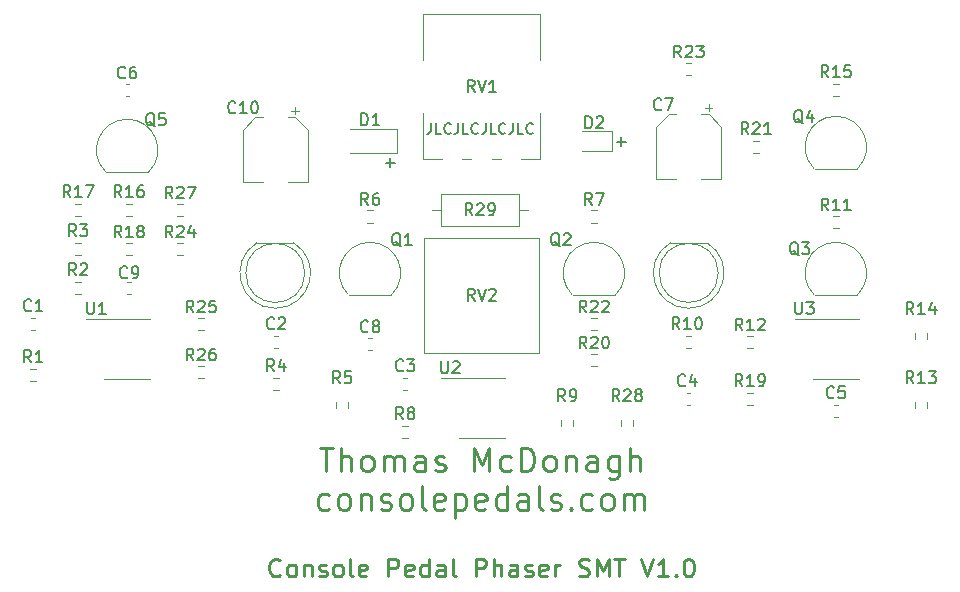
<source format=gbr>
G04 #@! TF.GenerationSoftware,KiCad,Pcbnew,(5.1.10)-1*
G04 #@! TF.CreationDate,2021-08-18T21:07:06-05:00*
G04 #@! TF.ProjectId,ConsolePedalPhaserSMT,436f6e73-6f6c-4655-9065-64616c506861,rev?*
G04 #@! TF.SameCoordinates,Original*
G04 #@! TF.FileFunction,Legend,Top*
G04 #@! TF.FilePolarity,Positive*
%FSLAX46Y46*%
G04 Gerber Fmt 4.6, Leading zero omitted, Abs format (unit mm)*
G04 Created by KiCad (PCBNEW (5.1.10)-1) date 2021-08-18 21:07:06*
%MOMM*%
%LPD*%
G01*
G04 APERTURE LIST*
%ADD10C,0.150000*%
%ADD11C,0.250000*%
%ADD12C,0.120000*%
G04 APERTURE END LIST*
D10*
X124587047Y-86939428D02*
X125348952Y-86939428D01*
X124968000Y-87320380D02*
X124968000Y-86558476D01*
X144145047Y-85161428D02*
X144906952Y-85161428D01*
X144526000Y-85542380D02*
X144526000Y-84780476D01*
X128430857Y-83581142D02*
X128430857Y-84224000D01*
X128388000Y-84352571D01*
X128302285Y-84438285D01*
X128173714Y-84481142D01*
X128088000Y-84481142D01*
X129288000Y-84481142D02*
X128859428Y-84481142D01*
X128859428Y-83581142D01*
X130102285Y-84395428D02*
X130059428Y-84438285D01*
X129930857Y-84481142D01*
X129845142Y-84481142D01*
X129716571Y-84438285D01*
X129630857Y-84352571D01*
X129588000Y-84266857D01*
X129545142Y-84095428D01*
X129545142Y-83966857D01*
X129588000Y-83795428D01*
X129630857Y-83709714D01*
X129716571Y-83624000D01*
X129845142Y-83581142D01*
X129930857Y-83581142D01*
X130059428Y-83624000D01*
X130102285Y-83666857D01*
X130745142Y-83581142D02*
X130745142Y-84224000D01*
X130702285Y-84352571D01*
X130616571Y-84438285D01*
X130488000Y-84481142D01*
X130402285Y-84481142D01*
X131602285Y-84481142D02*
X131173714Y-84481142D01*
X131173714Y-83581142D01*
X132416571Y-84395428D02*
X132373714Y-84438285D01*
X132245142Y-84481142D01*
X132159428Y-84481142D01*
X132030857Y-84438285D01*
X131945142Y-84352571D01*
X131902285Y-84266857D01*
X131859428Y-84095428D01*
X131859428Y-83966857D01*
X131902285Y-83795428D01*
X131945142Y-83709714D01*
X132030857Y-83624000D01*
X132159428Y-83581142D01*
X132245142Y-83581142D01*
X132373714Y-83624000D01*
X132416571Y-83666857D01*
X133059428Y-83581142D02*
X133059428Y-84224000D01*
X133016571Y-84352571D01*
X132930857Y-84438285D01*
X132802285Y-84481142D01*
X132716571Y-84481142D01*
X133916571Y-84481142D02*
X133488000Y-84481142D01*
X133488000Y-83581142D01*
X134730857Y-84395428D02*
X134688000Y-84438285D01*
X134559428Y-84481142D01*
X134473714Y-84481142D01*
X134345142Y-84438285D01*
X134259428Y-84352571D01*
X134216571Y-84266857D01*
X134173714Y-84095428D01*
X134173714Y-83966857D01*
X134216571Y-83795428D01*
X134259428Y-83709714D01*
X134345142Y-83624000D01*
X134473714Y-83581142D01*
X134559428Y-83581142D01*
X134688000Y-83624000D01*
X134730857Y-83666857D01*
X135373714Y-83581142D02*
X135373714Y-84224000D01*
X135330857Y-84352571D01*
X135245142Y-84438285D01*
X135116571Y-84481142D01*
X135030857Y-84481142D01*
X136230857Y-84481142D02*
X135802285Y-84481142D01*
X135802285Y-83581142D01*
X137045142Y-84395428D02*
X137002285Y-84438285D01*
X136873714Y-84481142D01*
X136788000Y-84481142D01*
X136659428Y-84438285D01*
X136573714Y-84352571D01*
X136530857Y-84266857D01*
X136488000Y-84095428D01*
X136488000Y-83966857D01*
X136530857Y-83795428D01*
X136573714Y-83709714D01*
X136659428Y-83624000D01*
X136788000Y-83581142D01*
X136873714Y-83581142D01*
X137002285Y-83624000D01*
X137045142Y-83666857D01*
D11*
X115679285Y-121820714D02*
X115607857Y-121892142D01*
X115393571Y-121963571D01*
X115250714Y-121963571D01*
X115036428Y-121892142D01*
X114893571Y-121749285D01*
X114822142Y-121606428D01*
X114750714Y-121320714D01*
X114750714Y-121106428D01*
X114822142Y-120820714D01*
X114893571Y-120677857D01*
X115036428Y-120535000D01*
X115250714Y-120463571D01*
X115393571Y-120463571D01*
X115607857Y-120535000D01*
X115679285Y-120606428D01*
X116536428Y-121963571D02*
X116393571Y-121892142D01*
X116322142Y-121820714D01*
X116250714Y-121677857D01*
X116250714Y-121249285D01*
X116322142Y-121106428D01*
X116393571Y-121035000D01*
X116536428Y-120963571D01*
X116750714Y-120963571D01*
X116893571Y-121035000D01*
X116965000Y-121106428D01*
X117036428Y-121249285D01*
X117036428Y-121677857D01*
X116965000Y-121820714D01*
X116893571Y-121892142D01*
X116750714Y-121963571D01*
X116536428Y-121963571D01*
X117679285Y-120963571D02*
X117679285Y-121963571D01*
X117679285Y-121106428D02*
X117750714Y-121035000D01*
X117893571Y-120963571D01*
X118107857Y-120963571D01*
X118250714Y-121035000D01*
X118322142Y-121177857D01*
X118322142Y-121963571D01*
X118965000Y-121892142D02*
X119107857Y-121963571D01*
X119393571Y-121963571D01*
X119536428Y-121892142D01*
X119607857Y-121749285D01*
X119607857Y-121677857D01*
X119536428Y-121535000D01*
X119393571Y-121463571D01*
X119179285Y-121463571D01*
X119036428Y-121392142D01*
X118965000Y-121249285D01*
X118965000Y-121177857D01*
X119036428Y-121035000D01*
X119179285Y-120963571D01*
X119393571Y-120963571D01*
X119536428Y-121035000D01*
X120465000Y-121963571D02*
X120322142Y-121892142D01*
X120250714Y-121820714D01*
X120179285Y-121677857D01*
X120179285Y-121249285D01*
X120250714Y-121106428D01*
X120322142Y-121035000D01*
X120465000Y-120963571D01*
X120679285Y-120963571D01*
X120822142Y-121035000D01*
X120893571Y-121106428D01*
X120965000Y-121249285D01*
X120965000Y-121677857D01*
X120893571Y-121820714D01*
X120822142Y-121892142D01*
X120679285Y-121963571D01*
X120465000Y-121963571D01*
X121822142Y-121963571D02*
X121679285Y-121892142D01*
X121607857Y-121749285D01*
X121607857Y-120463571D01*
X122965000Y-121892142D02*
X122822142Y-121963571D01*
X122536428Y-121963571D01*
X122393571Y-121892142D01*
X122322142Y-121749285D01*
X122322142Y-121177857D01*
X122393571Y-121035000D01*
X122536428Y-120963571D01*
X122822142Y-120963571D01*
X122965000Y-121035000D01*
X123036428Y-121177857D01*
X123036428Y-121320714D01*
X122322142Y-121463571D01*
X124822142Y-121963571D02*
X124822142Y-120463571D01*
X125393571Y-120463571D01*
X125536428Y-120535000D01*
X125607857Y-120606428D01*
X125679285Y-120749285D01*
X125679285Y-120963571D01*
X125607857Y-121106428D01*
X125536428Y-121177857D01*
X125393571Y-121249285D01*
X124822142Y-121249285D01*
X126893571Y-121892142D02*
X126750714Y-121963571D01*
X126465000Y-121963571D01*
X126322142Y-121892142D01*
X126250714Y-121749285D01*
X126250714Y-121177857D01*
X126322142Y-121035000D01*
X126465000Y-120963571D01*
X126750714Y-120963571D01*
X126893571Y-121035000D01*
X126965000Y-121177857D01*
X126965000Y-121320714D01*
X126250714Y-121463571D01*
X128250714Y-121963571D02*
X128250714Y-120463571D01*
X128250714Y-121892142D02*
X128107857Y-121963571D01*
X127822142Y-121963571D01*
X127679285Y-121892142D01*
X127607857Y-121820714D01*
X127536428Y-121677857D01*
X127536428Y-121249285D01*
X127607857Y-121106428D01*
X127679285Y-121035000D01*
X127822142Y-120963571D01*
X128107857Y-120963571D01*
X128250714Y-121035000D01*
X129607857Y-121963571D02*
X129607857Y-121177857D01*
X129536428Y-121035000D01*
X129393571Y-120963571D01*
X129107857Y-120963571D01*
X128965000Y-121035000D01*
X129607857Y-121892142D02*
X129465000Y-121963571D01*
X129107857Y-121963571D01*
X128965000Y-121892142D01*
X128893571Y-121749285D01*
X128893571Y-121606428D01*
X128965000Y-121463571D01*
X129107857Y-121392142D01*
X129465000Y-121392142D01*
X129607857Y-121320714D01*
X130536428Y-121963571D02*
X130393571Y-121892142D01*
X130322142Y-121749285D01*
X130322142Y-120463571D01*
X132250714Y-121963571D02*
X132250714Y-120463571D01*
X132822142Y-120463571D01*
X132965000Y-120535000D01*
X133036428Y-120606428D01*
X133107857Y-120749285D01*
X133107857Y-120963571D01*
X133036428Y-121106428D01*
X132965000Y-121177857D01*
X132822142Y-121249285D01*
X132250714Y-121249285D01*
X133750714Y-121963571D02*
X133750714Y-120463571D01*
X134393571Y-121963571D02*
X134393571Y-121177857D01*
X134322142Y-121035000D01*
X134179285Y-120963571D01*
X133965000Y-120963571D01*
X133822142Y-121035000D01*
X133750714Y-121106428D01*
X135750714Y-121963571D02*
X135750714Y-121177857D01*
X135679285Y-121035000D01*
X135536428Y-120963571D01*
X135250714Y-120963571D01*
X135107857Y-121035000D01*
X135750714Y-121892142D02*
X135607857Y-121963571D01*
X135250714Y-121963571D01*
X135107857Y-121892142D01*
X135036428Y-121749285D01*
X135036428Y-121606428D01*
X135107857Y-121463571D01*
X135250714Y-121392142D01*
X135607857Y-121392142D01*
X135750714Y-121320714D01*
X136393571Y-121892142D02*
X136536428Y-121963571D01*
X136822142Y-121963571D01*
X136965000Y-121892142D01*
X137036428Y-121749285D01*
X137036428Y-121677857D01*
X136965000Y-121535000D01*
X136822142Y-121463571D01*
X136607857Y-121463571D01*
X136465000Y-121392142D01*
X136393571Y-121249285D01*
X136393571Y-121177857D01*
X136465000Y-121035000D01*
X136607857Y-120963571D01*
X136822142Y-120963571D01*
X136965000Y-121035000D01*
X138250714Y-121892142D02*
X138107857Y-121963571D01*
X137822142Y-121963571D01*
X137679285Y-121892142D01*
X137607857Y-121749285D01*
X137607857Y-121177857D01*
X137679285Y-121035000D01*
X137822142Y-120963571D01*
X138107857Y-120963571D01*
X138250714Y-121035000D01*
X138322142Y-121177857D01*
X138322142Y-121320714D01*
X137607857Y-121463571D01*
X138965000Y-121963571D02*
X138965000Y-120963571D01*
X138965000Y-121249285D02*
X139036428Y-121106428D01*
X139107857Y-121035000D01*
X139250714Y-120963571D01*
X139393571Y-120963571D01*
X140965000Y-121892142D02*
X141179285Y-121963571D01*
X141536428Y-121963571D01*
X141679285Y-121892142D01*
X141750714Y-121820714D01*
X141822142Y-121677857D01*
X141822142Y-121535000D01*
X141750714Y-121392142D01*
X141679285Y-121320714D01*
X141536428Y-121249285D01*
X141250714Y-121177857D01*
X141107857Y-121106428D01*
X141036428Y-121035000D01*
X140965000Y-120892142D01*
X140965000Y-120749285D01*
X141036428Y-120606428D01*
X141107857Y-120535000D01*
X141250714Y-120463571D01*
X141607857Y-120463571D01*
X141822142Y-120535000D01*
X142465000Y-121963571D02*
X142465000Y-120463571D01*
X142965000Y-121535000D01*
X143465000Y-120463571D01*
X143465000Y-121963571D01*
X143965000Y-120463571D02*
X144822142Y-120463571D01*
X144393571Y-121963571D02*
X144393571Y-120463571D01*
X146250714Y-120463571D02*
X146750714Y-121963571D01*
X147250714Y-120463571D01*
X148536428Y-121963571D02*
X147679285Y-121963571D01*
X148107857Y-121963571D02*
X148107857Y-120463571D01*
X147965000Y-120677857D01*
X147822142Y-120820714D01*
X147679285Y-120892142D01*
X149179285Y-121820714D02*
X149250714Y-121892142D01*
X149179285Y-121963571D01*
X149107857Y-121892142D01*
X149179285Y-121820714D01*
X149179285Y-121963571D01*
X150179285Y-120463571D02*
X150322142Y-120463571D01*
X150465000Y-120535000D01*
X150536428Y-120606428D01*
X150607857Y-120749285D01*
X150679285Y-121035000D01*
X150679285Y-121392142D01*
X150607857Y-121677857D01*
X150536428Y-121820714D01*
X150465000Y-121892142D01*
X150322142Y-121963571D01*
X150179285Y-121963571D01*
X150036428Y-121892142D01*
X149965000Y-121820714D01*
X149893571Y-121677857D01*
X149822142Y-121392142D01*
X149822142Y-121035000D01*
X149893571Y-120749285D01*
X149965000Y-120606428D01*
X150036428Y-120535000D01*
X150179285Y-120463571D01*
X119000714Y-111071761D02*
X120143571Y-111071761D01*
X119572142Y-113071761D02*
X119572142Y-111071761D01*
X120810238Y-113071761D02*
X120810238Y-111071761D01*
X121667380Y-113071761D02*
X121667380Y-112024142D01*
X121572142Y-111833666D01*
X121381666Y-111738428D01*
X121095952Y-111738428D01*
X120905476Y-111833666D01*
X120810238Y-111928904D01*
X122905476Y-113071761D02*
X122715000Y-112976523D01*
X122619761Y-112881285D01*
X122524523Y-112690809D01*
X122524523Y-112119380D01*
X122619761Y-111928904D01*
X122715000Y-111833666D01*
X122905476Y-111738428D01*
X123191190Y-111738428D01*
X123381666Y-111833666D01*
X123476904Y-111928904D01*
X123572142Y-112119380D01*
X123572142Y-112690809D01*
X123476904Y-112881285D01*
X123381666Y-112976523D01*
X123191190Y-113071761D01*
X122905476Y-113071761D01*
X124429285Y-113071761D02*
X124429285Y-111738428D01*
X124429285Y-111928904D02*
X124524523Y-111833666D01*
X124715000Y-111738428D01*
X125000714Y-111738428D01*
X125191190Y-111833666D01*
X125286428Y-112024142D01*
X125286428Y-113071761D01*
X125286428Y-112024142D02*
X125381666Y-111833666D01*
X125572142Y-111738428D01*
X125857857Y-111738428D01*
X126048333Y-111833666D01*
X126143571Y-112024142D01*
X126143571Y-113071761D01*
X127953095Y-113071761D02*
X127953095Y-112024142D01*
X127857857Y-111833666D01*
X127667380Y-111738428D01*
X127286428Y-111738428D01*
X127095952Y-111833666D01*
X127953095Y-112976523D02*
X127762619Y-113071761D01*
X127286428Y-113071761D01*
X127095952Y-112976523D01*
X127000714Y-112786047D01*
X127000714Y-112595571D01*
X127095952Y-112405095D01*
X127286428Y-112309857D01*
X127762619Y-112309857D01*
X127953095Y-112214619D01*
X128810238Y-112976523D02*
X129000714Y-113071761D01*
X129381666Y-113071761D01*
X129572142Y-112976523D01*
X129667380Y-112786047D01*
X129667380Y-112690809D01*
X129572142Y-112500333D01*
X129381666Y-112405095D01*
X129095952Y-112405095D01*
X128905476Y-112309857D01*
X128810238Y-112119380D01*
X128810238Y-112024142D01*
X128905476Y-111833666D01*
X129095952Y-111738428D01*
X129381666Y-111738428D01*
X129572142Y-111833666D01*
X132048333Y-113071761D02*
X132048333Y-111071761D01*
X132715000Y-112500333D01*
X133381666Y-111071761D01*
X133381666Y-113071761D01*
X135191190Y-112976523D02*
X135000714Y-113071761D01*
X134619761Y-113071761D01*
X134429285Y-112976523D01*
X134334047Y-112881285D01*
X134238809Y-112690809D01*
X134238809Y-112119380D01*
X134334047Y-111928904D01*
X134429285Y-111833666D01*
X134619761Y-111738428D01*
X135000714Y-111738428D01*
X135191190Y-111833666D01*
X136048333Y-113071761D02*
X136048333Y-111071761D01*
X136524523Y-111071761D01*
X136810238Y-111167000D01*
X137000714Y-111357476D01*
X137095952Y-111547952D01*
X137191190Y-111928904D01*
X137191190Y-112214619D01*
X137095952Y-112595571D01*
X137000714Y-112786047D01*
X136810238Y-112976523D01*
X136524523Y-113071761D01*
X136048333Y-113071761D01*
X138334047Y-113071761D02*
X138143571Y-112976523D01*
X138048333Y-112881285D01*
X137953095Y-112690809D01*
X137953095Y-112119380D01*
X138048333Y-111928904D01*
X138143571Y-111833666D01*
X138334047Y-111738428D01*
X138619761Y-111738428D01*
X138810238Y-111833666D01*
X138905476Y-111928904D01*
X139000714Y-112119380D01*
X139000714Y-112690809D01*
X138905476Y-112881285D01*
X138810238Y-112976523D01*
X138619761Y-113071761D01*
X138334047Y-113071761D01*
X139857857Y-111738428D02*
X139857857Y-113071761D01*
X139857857Y-111928904D02*
X139953095Y-111833666D01*
X140143571Y-111738428D01*
X140429285Y-111738428D01*
X140619761Y-111833666D01*
X140715000Y-112024142D01*
X140715000Y-113071761D01*
X142524523Y-113071761D02*
X142524523Y-112024142D01*
X142429285Y-111833666D01*
X142238809Y-111738428D01*
X141857857Y-111738428D01*
X141667380Y-111833666D01*
X142524523Y-112976523D02*
X142334047Y-113071761D01*
X141857857Y-113071761D01*
X141667380Y-112976523D01*
X141572142Y-112786047D01*
X141572142Y-112595571D01*
X141667380Y-112405095D01*
X141857857Y-112309857D01*
X142334047Y-112309857D01*
X142524523Y-112214619D01*
X144334047Y-111738428D02*
X144334047Y-113357476D01*
X144238809Y-113547952D01*
X144143571Y-113643190D01*
X143953095Y-113738428D01*
X143667380Y-113738428D01*
X143476904Y-113643190D01*
X144334047Y-112976523D02*
X144143571Y-113071761D01*
X143762619Y-113071761D01*
X143572142Y-112976523D01*
X143476904Y-112881285D01*
X143381666Y-112690809D01*
X143381666Y-112119380D01*
X143476904Y-111928904D01*
X143572142Y-111833666D01*
X143762619Y-111738428D01*
X144143571Y-111738428D01*
X144334047Y-111833666D01*
X145286428Y-113071761D02*
X145286428Y-111071761D01*
X146143571Y-113071761D02*
X146143571Y-112024142D01*
X146048333Y-111833666D01*
X145857857Y-111738428D01*
X145572142Y-111738428D01*
X145381666Y-111833666D01*
X145286428Y-111928904D01*
X119810238Y-116226523D02*
X119619761Y-116321761D01*
X119238809Y-116321761D01*
X119048333Y-116226523D01*
X118953095Y-116131285D01*
X118857857Y-115940809D01*
X118857857Y-115369380D01*
X118953095Y-115178904D01*
X119048333Y-115083666D01*
X119238809Y-114988428D01*
X119619761Y-114988428D01*
X119810238Y-115083666D01*
X120953095Y-116321761D02*
X120762619Y-116226523D01*
X120667380Y-116131285D01*
X120572142Y-115940809D01*
X120572142Y-115369380D01*
X120667380Y-115178904D01*
X120762619Y-115083666D01*
X120953095Y-114988428D01*
X121238809Y-114988428D01*
X121429285Y-115083666D01*
X121524523Y-115178904D01*
X121619761Y-115369380D01*
X121619761Y-115940809D01*
X121524523Y-116131285D01*
X121429285Y-116226523D01*
X121238809Y-116321761D01*
X120953095Y-116321761D01*
X122476904Y-114988428D02*
X122476904Y-116321761D01*
X122476904Y-115178904D02*
X122572142Y-115083666D01*
X122762619Y-114988428D01*
X123048333Y-114988428D01*
X123238809Y-115083666D01*
X123334047Y-115274142D01*
X123334047Y-116321761D01*
X124191190Y-116226523D02*
X124381666Y-116321761D01*
X124762619Y-116321761D01*
X124953095Y-116226523D01*
X125048333Y-116036047D01*
X125048333Y-115940809D01*
X124953095Y-115750333D01*
X124762619Y-115655095D01*
X124476904Y-115655095D01*
X124286428Y-115559857D01*
X124191190Y-115369380D01*
X124191190Y-115274142D01*
X124286428Y-115083666D01*
X124476904Y-114988428D01*
X124762619Y-114988428D01*
X124953095Y-115083666D01*
X126191190Y-116321761D02*
X126000714Y-116226523D01*
X125905476Y-116131285D01*
X125810238Y-115940809D01*
X125810238Y-115369380D01*
X125905476Y-115178904D01*
X126000714Y-115083666D01*
X126191190Y-114988428D01*
X126476904Y-114988428D01*
X126667380Y-115083666D01*
X126762619Y-115178904D01*
X126857857Y-115369380D01*
X126857857Y-115940809D01*
X126762619Y-116131285D01*
X126667380Y-116226523D01*
X126476904Y-116321761D01*
X126191190Y-116321761D01*
X128000714Y-116321761D02*
X127810238Y-116226523D01*
X127715000Y-116036047D01*
X127715000Y-114321761D01*
X129524523Y-116226523D02*
X129334047Y-116321761D01*
X128953095Y-116321761D01*
X128762619Y-116226523D01*
X128667380Y-116036047D01*
X128667380Y-115274142D01*
X128762619Y-115083666D01*
X128953095Y-114988428D01*
X129334047Y-114988428D01*
X129524523Y-115083666D01*
X129619761Y-115274142D01*
X129619761Y-115464619D01*
X128667380Y-115655095D01*
X130476904Y-114988428D02*
X130476904Y-116988428D01*
X130476904Y-115083666D02*
X130667380Y-114988428D01*
X131048333Y-114988428D01*
X131238809Y-115083666D01*
X131334047Y-115178904D01*
X131429285Y-115369380D01*
X131429285Y-115940809D01*
X131334047Y-116131285D01*
X131238809Y-116226523D01*
X131048333Y-116321761D01*
X130667380Y-116321761D01*
X130476904Y-116226523D01*
X133048333Y-116226523D02*
X132857857Y-116321761D01*
X132476904Y-116321761D01*
X132286428Y-116226523D01*
X132191190Y-116036047D01*
X132191190Y-115274142D01*
X132286428Y-115083666D01*
X132476904Y-114988428D01*
X132857857Y-114988428D01*
X133048333Y-115083666D01*
X133143571Y-115274142D01*
X133143571Y-115464619D01*
X132191190Y-115655095D01*
X134857857Y-116321761D02*
X134857857Y-114321761D01*
X134857857Y-116226523D02*
X134667380Y-116321761D01*
X134286428Y-116321761D01*
X134095952Y-116226523D01*
X134000714Y-116131285D01*
X133905476Y-115940809D01*
X133905476Y-115369380D01*
X134000714Y-115178904D01*
X134095952Y-115083666D01*
X134286428Y-114988428D01*
X134667380Y-114988428D01*
X134857857Y-115083666D01*
X136667380Y-116321761D02*
X136667380Y-115274142D01*
X136572142Y-115083666D01*
X136381666Y-114988428D01*
X136000714Y-114988428D01*
X135810238Y-115083666D01*
X136667380Y-116226523D02*
X136476904Y-116321761D01*
X136000714Y-116321761D01*
X135810238Y-116226523D01*
X135715000Y-116036047D01*
X135715000Y-115845571D01*
X135810238Y-115655095D01*
X136000714Y-115559857D01*
X136476904Y-115559857D01*
X136667380Y-115464619D01*
X137905476Y-116321761D02*
X137715000Y-116226523D01*
X137619761Y-116036047D01*
X137619761Y-114321761D01*
X138572142Y-116226523D02*
X138762619Y-116321761D01*
X139143571Y-116321761D01*
X139334047Y-116226523D01*
X139429285Y-116036047D01*
X139429285Y-115940809D01*
X139334047Y-115750333D01*
X139143571Y-115655095D01*
X138857857Y-115655095D01*
X138667380Y-115559857D01*
X138572142Y-115369380D01*
X138572142Y-115274142D01*
X138667380Y-115083666D01*
X138857857Y-114988428D01*
X139143571Y-114988428D01*
X139334047Y-115083666D01*
X140286428Y-116131285D02*
X140381666Y-116226523D01*
X140286428Y-116321761D01*
X140191190Y-116226523D01*
X140286428Y-116131285D01*
X140286428Y-116321761D01*
X142095952Y-116226523D02*
X141905476Y-116321761D01*
X141524523Y-116321761D01*
X141334047Y-116226523D01*
X141238809Y-116131285D01*
X141143571Y-115940809D01*
X141143571Y-115369380D01*
X141238809Y-115178904D01*
X141334047Y-115083666D01*
X141524523Y-114988428D01*
X141905476Y-114988428D01*
X142095952Y-115083666D01*
X143238809Y-116321761D02*
X143048333Y-116226523D01*
X142953095Y-116131285D01*
X142857857Y-115940809D01*
X142857857Y-115369380D01*
X142953095Y-115178904D01*
X143048333Y-115083666D01*
X143238809Y-114988428D01*
X143524523Y-114988428D01*
X143715000Y-115083666D01*
X143810238Y-115178904D01*
X143905476Y-115369380D01*
X143905476Y-115940809D01*
X143810238Y-116131285D01*
X143715000Y-116226523D01*
X143524523Y-116321761D01*
X143238809Y-116321761D01*
X144762619Y-116321761D02*
X144762619Y-114988428D01*
X144762619Y-115178904D02*
X144857857Y-115083666D01*
X145048333Y-114988428D01*
X145334047Y-114988428D01*
X145524523Y-115083666D01*
X145619761Y-115274142D01*
X145619761Y-116321761D01*
X145619761Y-115274142D02*
X145715000Y-115083666D01*
X145905476Y-114988428D01*
X146191190Y-114988428D01*
X146381666Y-115083666D01*
X146476904Y-115274142D01*
X146476904Y-116321761D01*
D12*
G04 #@! TO.C,D3*
X116795000Y-93710000D02*
X113705000Y-93710000D01*
X117750000Y-96270000D02*
G75*
G03*
X117750000Y-96270000I-2500000J0D01*
G01*
X115249538Y-99260000D02*
G75*
G03*
X116794830Y-93710000I462J2990000D01*
G01*
X115250462Y-99260000D02*
G75*
G02*
X113705170Y-93710000I-462J2990000D01*
G01*
G04 #@! TO.C,D4*
X152750000Y-96270000D02*
G75*
G03*
X152750000Y-96270000I-2500000J0D01*
G01*
X151795000Y-93710000D02*
X148705000Y-93710000D01*
X150250462Y-99260000D02*
G75*
G02*
X148705170Y-93710000I-462J2990000D01*
G01*
X150249538Y-99260000D02*
G75*
G03*
X151794830Y-93710000I462J2990000D01*
G01*
G04 #@! TO.C,R29*
X128548000Y-90932000D02*
X129318000Y-90932000D01*
X136628000Y-90932000D02*
X135858000Y-90932000D01*
X129318000Y-92302000D02*
X135858000Y-92302000D01*
X129318000Y-89562000D02*
X129318000Y-92302000D01*
X135858000Y-89562000D02*
X129318000Y-89562000D01*
X135858000Y-92302000D02*
X135858000Y-89562000D01*
G04 #@! TO.C,Q1*
X121470000Y-98120000D02*
X125070000Y-98120000D01*
X125108478Y-98108478D02*
G75*
G03*
X123270000Y-93670000I-1838478J1838478D01*
G01*
X121431522Y-98108478D02*
G75*
G02*
X123270000Y-93670000I1838478J1838478D01*
G01*
G04 #@! TO.C,Q2*
X140430000Y-98120000D02*
X144030000Y-98120000D01*
X140391522Y-98108478D02*
G75*
G02*
X142230000Y-93670000I1838478J1838478D01*
G01*
X144068478Y-98108478D02*
G75*
G03*
X142230000Y-93670000I-1838478J1838478D01*
G01*
G04 #@! TO.C,Q3*
X160915000Y-98120000D02*
X164515000Y-98120000D01*
X160876522Y-98108478D02*
G75*
G02*
X162715000Y-93670000I1838478J1838478D01*
G01*
X164553478Y-98108478D02*
G75*
G03*
X162715000Y-93670000I-1838478J1838478D01*
G01*
G04 #@! TO.C,Q4*
X160915000Y-87448000D02*
X164515000Y-87448000D01*
X160876522Y-87436478D02*
G75*
G02*
X162715000Y-82998000I1838478J1838478D01*
G01*
X164553478Y-87436478D02*
G75*
G03*
X162715000Y-82998000I-1838478J1838478D01*
G01*
G04 #@! TO.C,Q5*
X100915000Y-87702000D02*
X104515000Y-87702000D01*
X104553478Y-87690478D02*
G75*
G03*
X102715000Y-83252000I-1838478J1838478D01*
G01*
X100876522Y-87690478D02*
G75*
G02*
X102715000Y-83252000I1838478J1838478D01*
G01*
G04 #@! TO.C,RV1*
X127745000Y-74380000D02*
X137685000Y-74380000D01*
X136085000Y-86620000D02*
X137685000Y-86620000D01*
X133586000Y-86620000D02*
X134345000Y-86620000D01*
X131086000Y-86620000D02*
X131845000Y-86620000D01*
X127745000Y-86620000D02*
X129344000Y-86620000D01*
X137685000Y-78245000D02*
X137685000Y-74380000D01*
X137685000Y-86620000D02*
X137685000Y-82755000D01*
X127745000Y-78245000D02*
X127745000Y-74380000D01*
X127745000Y-86620000D02*
X127745000Y-82755000D01*
G04 #@! TO.C,RV2*
X137600000Y-93274000D02*
X137600000Y-103044000D01*
X127830000Y-93274000D02*
X127830000Y-103044000D01*
X137600000Y-93274000D02*
X127830000Y-93274000D01*
X137600000Y-103044000D02*
X127830000Y-103044000D01*
G04 #@! TO.C,C1*
X94882580Y-101094000D02*
X94601420Y-101094000D01*
X94882580Y-100074000D02*
X94601420Y-100074000D01*
G04 #@! TO.C,C2*
X115456580Y-102618000D02*
X115175420Y-102618000D01*
X115456580Y-101598000D02*
X115175420Y-101598000D01*
G04 #@! TO.C,C3*
X126097420Y-105154000D02*
X126378580Y-105154000D01*
X126097420Y-106174000D02*
X126378580Y-106174000D01*
G04 #@! TO.C,C4*
X150390580Y-106424000D02*
X150109420Y-106424000D01*
X150390580Y-107444000D02*
X150109420Y-107444000D01*
G04 #@! TO.C,C5*
X162855580Y-107440000D02*
X162574420Y-107440000D01*
X162855580Y-108460000D02*
X162574420Y-108460000D01*
G04 #@! TO.C,C6*
X102574420Y-81282000D02*
X102855580Y-81282000D01*
X102574420Y-80262000D02*
X102855580Y-80262000D01*
G04 #@! TO.C,C7*
X147490000Y-88358000D02*
X149190000Y-88358000D01*
X153010000Y-88358000D02*
X151310000Y-88358000D01*
X153010000Y-83902437D02*
X153010000Y-88358000D01*
X147490000Y-83902437D02*
X147490000Y-88358000D01*
X148554437Y-82838000D02*
X149190000Y-82838000D01*
X151945563Y-82838000D02*
X151310000Y-82838000D01*
X151945563Y-82838000D02*
X153010000Y-83902437D01*
X148554437Y-82838000D02*
X147490000Y-83902437D01*
X151935000Y-81973000D02*
X151935000Y-82598000D01*
X152247500Y-82285500D02*
X151622500Y-82285500D01*
G04 #@! TO.C,C8*
X123129420Y-101760000D02*
X123410580Y-101760000D01*
X123129420Y-102780000D02*
X123410580Y-102780000D01*
G04 #@! TO.C,C9*
X103010580Y-97026000D02*
X102729420Y-97026000D01*
X103010580Y-98046000D02*
X102729420Y-98046000D01*
G04 #@! TO.C,C10*
X117247500Y-82539500D02*
X116622500Y-82539500D01*
X116935000Y-82227000D02*
X116935000Y-82852000D01*
X113554437Y-83092000D02*
X112490000Y-84156437D01*
X116945563Y-83092000D02*
X118010000Y-84156437D01*
X116945563Y-83092000D02*
X116310000Y-83092000D01*
X113554437Y-83092000D02*
X114190000Y-83092000D01*
X112490000Y-84156437D02*
X112490000Y-88612000D01*
X118010000Y-84156437D02*
X118010000Y-88612000D01*
X118010000Y-88612000D02*
X116310000Y-88612000D01*
X112490000Y-88612000D02*
X114190000Y-88612000D01*
G04 #@! TO.C,D1*
X125520000Y-86090000D02*
X125520000Y-84090000D01*
X125520000Y-84090000D02*
X121620000Y-84090000D01*
X125520000Y-86090000D02*
X121620000Y-86090000D01*
G04 #@! TO.C,D2*
X143740000Y-85940000D02*
X143740000Y-84240000D01*
X143740000Y-84240000D02*
X141190000Y-84240000D01*
X143740000Y-85940000D02*
X141190000Y-85940000D01*
G04 #@! TO.C,R1*
X94504742Y-105424500D02*
X94979258Y-105424500D01*
X94504742Y-104379500D02*
X94979258Y-104379500D01*
G04 #@! TO.C,R2*
X98314742Y-97013500D02*
X98789258Y-97013500D01*
X98314742Y-98058500D02*
X98789258Y-98058500D01*
G04 #@! TO.C,R3*
X98789258Y-93711500D02*
X98314742Y-93711500D01*
X98789258Y-94756500D02*
X98314742Y-94756500D01*
G04 #@! TO.C,R4*
X115553258Y-106186500D02*
X115078742Y-106186500D01*
X115553258Y-105141500D02*
X115078742Y-105141500D01*
G04 #@! TO.C,R5*
X120381500Y-107204742D02*
X120381500Y-107679258D01*
X121426500Y-107204742D02*
X121426500Y-107679258D01*
G04 #@! TO.C,R6*
X123032742Y-90977500D02*
X123507258Y-90977500D01*
X123032742Y-92022500D02*
X123507258Y-92022500D01*
G04 #@! TO.C,R7*
X141992742Y-90977500D02*
X142467258Y-90977500D01*
X141992742Y-92022500D02*
X142467258Y-92022500D01*
G04 #@! TO.C,R8*
X126000742Y-110250500D02*
X126475258Y-110250500D01*
X126000742Y-109205500D02*
X126475258Y-109205500D01*
G04 #@! TO.C,R9*
X139431500Y-109203258D02*
X139431500Y-108728742D01*
X140476500Y-109203258D02*
X140476500Y-108728742D01*
G04 #@! TO.C,R10*
X150012742Y-102630500D02*
X150487258Y-102630500D01*
X150012742Y-101585500D02*
X150487258Y-101585500D01*
G04 #@! TO.C,R11*
X162477742Y-92470500D02*
X162952258Y-92470500D01*
X162477742Y-91425500D02*
X162952258Y-91425500D01*
G04 #@! TO.C,R12*
X155210742Y-101585500D02*
X155685258Y-101585500D01*
X155210742Y-102630500D02*
X155685258Y-102630500D01*
G04 #@! TO.C,R13*
X170448500Y-107679258D02*
X170448500Y-107204742D01*
X169403500Y-107679258D02*
X169403500Y-107204742D01*
G04 #@! TO.C,R14*
X169403500Y-101837258D02*
X169403500Y-101362742D01*
X170448500Y-101837258D02*
X170448500Y-101362742D01*
G04 #@! TO.C,R15*
X162477742Y-80249500D02*
X162952258Y-80249500D01*
X162477742Y-81294500D02*
X162952258Y-81294500D01*
G04 #@! TO.C,R16*
X103107258Y-91454500D02*
X102632742Y-91454500D01*
X103107258Y-90409500D02*
X102632742Y-90409500D01*
G04 #@! TO.C,R17*
X98314742Y-91454500D02*
X98789258Y-91454500D01*
X98314742Y-90409500D02*
X98789258Y-90409500D01*
G04 #@! TO.C,R18*
X102632742Y-94756500D02*
X103107258Y-94756500D01*
X102632742Y-93711500D02*
X103107258Y-93711500D01*
G04 #@! TO.C,R19*
X155210742Y-106411500D02*
X155685258Y-106411500D01*
X155210742Y-107456500D02*
X155685258Y-107456500D01*
G04 #@! TO.C,R20*
X142002742Y-104154500D02*
X142477258Y-104154500D01*
X142002742Y-103109500D02*
X142477258Y-103109500D01*
G04 #@! TO.C,R21*
X156193258Y-86120500D02*
X155718742Y-86120500D01*
X156193258Y-85075500D02*
X155718742Y-85075500D01*
G04 #@! TO.C,R22*
X141992742Y-101106500D02*
X142467258Y-101106500D01*
X141992742Y-100061500D02*
X142467258Y-100061500D01*
G04 #@! TO.C,R23*
X150012742Y-78471500D02*
X150487258Y-78471500D01*
X150012742Y-79516500D02*
X150487258Y-79516500D01*
G04 #@! TO.C,R24*
X106950742Y-94756500D02*
X107425258Y-94756500D01*
X106950742Y-93711500D02*
X107425258Y-93711500D01*
G04 #@! TO.C,R25*
X108728742Y-101106500D02*
X109203258Y-101106500D01*
X108728742Y-100061500D02*
X109203258Y-100061500D01*
G04 #@! TO.C,R26*
X108728742Y-104125500D02*
X109203258Y-104125500D01*
X108728742Y-105170500D02*
X109203258Y-105170500D01*
G04 #@! TO.C,R27*
X106950742Y-90409500D02*
X107425258Y-90409500D01*
X106950742Y-91454500D02*
X107425258Y-91454500D01*
G04 #@! TO.C,R28*
X144511500Y-108728742D02*
X144511500Y-109203258D01*
X145556500Y-108728742D02*
X145556500Y-109203258D01*
G04 #@! TO.C,U1*
X102715000Y-105256000D02*
X104665000Y-105256000D01*
X102715000Y-105256000D02*
X100765000Y-105256000D01*
X102715000Y-100136000D02*
X104665000Y-100136000D01*
X102715000Y-100136000D02*
X99265000Y-100136000D01*
G04 #@! TO.C,U2*
X132715000Y-105136000D02*
X129265000Y-105136000D01*
X132715000Y-105136000D02*
X134665000Y-105136000D01*
X132715000Y-110256000D02*
X130765000Y-110256000D01*
X132715000Y-110256000D02*
X134665000Y-110256000D01*
G04 #@! TO.C,U3*
X162715000Y-105256000D02*
X164665000Y-105256000D01*
X162715000Y-105256000D02*
X160765000Y-105256000D01*
X162715000Y-100136000D02*
X164665000Y-100136000D01*
X162715000Y-100136000D02*
X159265000Y-100136000D01*
G04 #@! TO.C,R29*
D10*
X131945142Y-91384380D02*
X131611809Y-90908190D01*
X131373714Y-91384380D02*
X131373714Y-90384380D01*
X131754666Y-90384380D01*
X131849904Y-90432000D01*
X131897523Y-90479619D01*
X131945142Y-90574857D01*
X131945142Y-90717714D01*
X131897523Y-90812952D01*
X131849904Y-90860571D01*
X131754666Y-90908190D01*
X131373714Y-90908190D01*
X132326095Y-90479619D02*
X132373714Y-90432000D01*
X132468952Y-90384380D01*
X132707047Y-90384380D01*
X132802285Y-90432000D01*
X132849904Y-90479619D01*
X132897523Y-90574857D01*
X132897523Y-90670095D01*
X132849904Y-90812952D01*
X132278476Y-91384380D01*
X132897523Y-91384380D01*
X133373714Y-91384380D02*
X133564190Y-91384380D01*
X133659428Y-91336761D01*
X133707047Y-91289142D01*
X133802285Y-91146285D01*
X133849904Y-90955809D01*
X133849904Y-90574857D01*
X133802285Y-90479619D01*
X133754666Y-90432000D01*
X133659428Y-90384380D01*
X133468952Y-90384380D01*
X133373714Y-90432000D01*
X133326095Y-90479619D01*
X133278476Y-90574857D01*
X133278476Y-90812952D01*
X133326095Y-90908190D01*
X133373714Y-90955809D01*
X133468952Y-91003428D01*
X133659428Y-91003428D01*
X133754666Y-90955809D01*
X133802285Y-90908190D01*
X133849904Y-90812952D01*
G04 #@! TO.C,Q1*
X125888761Y-94019619D02*
X125793523Y-93972000D01*
X125698285Y-93876761D01*
X125555428Y-93733904D01*
X125460190Y-93686285D01*
X125364952Y-93686285D01*
X125412571Y-93924380D02*
X125317333Y-93876761D01*
X125222095Y-93781523D01*
X125174476Y-93591047D01*
X125174476Y-93257714D01*
X125222095Y-93067238D01*
X125317333Y-92972000D01*
X125412571Y-92924380D01*
X125603047Y-92924380D01*
X125698285Y-92972000D01*
X125793523Y-93067238D01*
X125841142Y-93257714D01*
X125841142Y-93591047D01*
X125793523Y-93781523D01*
X125698285Y-93876761D01*
X125603047Y-93924380D01*
X125412571Y-93924380D01*
X126793523Y-93924380D02*
X126222095Y-93924380D01*
X126507809Y-93924380D02*
X126507809Y-92924380D01*
X126412571Y-93067238D01*
X126317333Y-93162476D01*
X126222095Y-93210095D01*
G04 #@! TO.C,Q2*
X139350761Y-94019619D02*
X139255523Y-93972000D01*
X139160285Y-93876761D01*
X139017428Y-93733904D01*
X138922190Y-93686285D01*
X138826952Y-93686285D01*
X138874571Y-93924380D02*
X138779333Y-93876761D01*
X138684095Y-93781523D01*
X138636476Y-93591047D01*
X138636476Y-93257714D01*
X138684095Y-93067238D01*
X138779333Y-92972000D01*
X138874571Y-92924380D01*
X139065047Y-92924380D01*
X139160285Y-92972000D01*
X139255523Y-93067238D01*
X139303142Y-93257714D01*
X139303142Y-93591047D01*
X139255523Y-93781523D01*
X139160285Y-93876761D01*
X139065047Y-93924380D01*
X138874571Y-93924380D01*
X139684095Y-93019619D02*
X139731714Y-92972000D01*
X139826952Y-92924380D01*
X140065047Y-92924380D01*
X140160285Y-92972000D01*
X140207904Y-93019619D01*
X140255523Y-93114857D01*
X140255523Y-93210095D01*
X140207904Y-93352952D01*
X139636476Y-93924380D01*
X140255523Y-93924380D01*
G04 #@! TO.C,Q3*
X159571761Y-94785619D02*
X159476523Y-94738000D01*
X159381285Y-94642761D01*
X159238428Y-94499904D01*
X159143190Y-94452285D01*
X159047952Y-94452285D01*
X159095571Y-94690380D02*
X159000333Y-94642761D01*
X158905095Y-94547523D01*
X158857476Y-94357047D01*
X158857476Y-94023714D01*
X158905095Y-93833238D01*
X159000333Y-93738000D01*
X159095571Y-93690380D01*
X159286047Y-93690380D01*
X159381285Y-93738000D01*
X159476523Y-93833238D01*
X159524142Y-94023714D01*
X159524142Y-94357047D01*
X159476523Y-94547523D01*
X159381285Y-94642761D01*
X159286047Y-94690380D01*
X159095571Y-94690380D01*
X159857476Y-93690380D02*
X160476523Y-93690380D01*
X160143190Y-94071333D01*
X160286047Y-94071333D01*
X160381285Y-94118952D01*
X160428904Y-94166571D01*
X160476523Y-94261809D01*
X160476523Y-94499904D01*
X160428904Y-94595142D01*
X160381285Y-94642761D01*
X160286047Y-94690380D01*
X160000333Y-94690380D01*
X159905095Y-94642761D01*
X159857476Y-94595142D01*
G04 #@! TO.C,Q4*
X159924761Y-83605619D02*
X159829523Y-83558000D01*
X159734285Y-83462761D01*
X159591428Y-83319904D01*
X159496190Y-83272285D01*
X159400952Y-83272285D01*
X159448571Y-83510380D02*
X159353333Y-83462761D01*
X159258095Y-83367523D01*
X159210476Y-83177047D01*
X159210476Y-82843714D01*
X159258095Y-82653238D01*
X159353333Y-82558000D01*
X159448571Y-82510380D01*
X159639047Y-82510380D01*
X159734285Y-82558000D01*
X159829523Y-82653238D01*
X159877142Y-82843714D01*
X159877142Y-83177047D01*
X159829523Y-83367523D01*
X159734285Y-83462761D01*
X159639047Y-83510380D01*
X159448571Y-83510380D01*
X160734285Y-82843714D02*
X160734285Y-83510380D01*
X160496190Y-82462761D02*
X160258095Y-83177047D01*
X160877142Y-83177047D01*
G04 #@! TO.C,Q5*
X105060761Y-83859619D02*
X104965523Y-83812000D01*
X104870285Y-83716761D01*
X104727428Y-83573904D01*
X104632190Y-83526285D01*
X104536952Y-83526285D01*
X104584571Y-83764380D02*
X104489333Y-83716761D01*
X104394095Y-83621523D01*
X104346476Y-83431047D01*
X104346476Y-83097714D01*
X104394095Y-82907238D01*
X104489333Y-82812000D01*
X104584571Y-82764380D01*
X104775047Y-82764380D01*
X104870285Y-82812000D01*
X104965523Y-82907238D01*
X105013142Y-83097714D01*
X105013142Y-83431047D01*
X104965523Y-83621523D01*
X104870285Y-83716761D01*
X104775047Y-83764380D01*
X104584571Y-83764380D01*
X105917904Y-82764380D02*
X105441714Y-82764380D01*
X105394095Y-83240571D01*
X105441714Y-83192952D01*
X105536952Y-83145333D01*
X105775047Y-83145333D01*
X105870285Y-83192952D01*
X105917904Y-83240571D01*
X105965523Y-83335809D01*
X105965523Y-83573904D01*
X105917904Y-83669142D01*
X105870285Y-83716761D01*
X105775047Y-83764380D01*
X105536952Y-83764380D01*
X105441714Y-83716761D01*
X105394095Y-83669142D01*
G04 #@! TO.C,RV1*
X132119761Y-80952380D02*
X131786428Y-80476190D01*
X131548333Y-80952380D02*
X131548333Y-79952380D01*
X131929285Y-79952380D01*
X132024523Y-80000000D01*
X132072142Y-80047619D01*
X132119761Y-80142857D01*
X132119761Y-80285714D01*
X132072142Y-80380952D01*
X132024523Y-80428571D01*
X131929285Y-80476190D01*
X131548333Y-80476190D01*
X132405476Y-79952380D02*
X132738809Y-80952380D01*
X133072142Y-79952380D01*
X133929285Y-80952380D02*
X133357857Y-80952380D01*
X133643571Y-80952380D02*
X133643571Y-79952380D01*
X133548333Y-80095238D01*
X133453095Y-80190476D01*
X133357857Y-80238095D01*
G04 #@! TO.C,RV2*
X132119761Y-98611380D02*
X131786428Y-98135190D01*
X131548333Y-98611380D02*
X131548333Y-97611380D01*
X131929285Y-97611380D01*
X132024523Y-97659000D01*
X132072142Y-97706619D01*
X132119761Y-97801857D01*
X132119761Y-97944714D01*
X132072142Y-98039952D01*
X132024523Y-98087571D01*
X131929285Y-98135190D01*
X131548333Y-98135190D01*
X132405476Y-97611380D02*
X132738809Y-98611380D01*
X133072142Y-97611380D01*
X133357857Y-97706619D02*
X133405476Y-97659000D01*
X133500714Y-97611380D01*
X133738809Y-97611380D01*
X133834047Y-97659000D01*
X133881666Y-97706619D01*
X133929285Y-97801857D01*
X133929285Y-97897095D01*
X133881666Y-98039952D01*
X133310238Y-98611380D01*
X133929285Y-98611380D01*
G04 #@! TO.C,C1*
X94575333Y-99417142D02*
X94527714Y-99464761D01*
X94384857Y-99512380D01*
X94289619Y-99512380D01*
X94146761Y-99464761D01*
X94051523Y-99369523D01*
X94003904Y-99274285D01*
X93956285Y-99083809D01*
X93956285Y-98940952D01*
X94003904Y-98750476D01*
X94051523Y-98655238D01*
X94146761Y-98560000D01*
X94289619Y-98512380D01*
X94384857Y-98512380D01*
X94527714Y-98560000D01*
X94575333Y-98607619D01*
X95527714Y-99512380D02*
X94956285Y-99512380D01*
X95242000Y-99512380D02*
X95242000Y-98512380D01*
X95146761Y-98655238D01*
X95051523Y-98750476D01*
X94956285Y-98798095D01*
G04 #@! TO.C,C2*
X115149333Y-100941142D02*
X115101714Y-100988761D01*
X114958857Y-101036380D01*
X114863619Y-101036380D01*
X114720761Y-100988761D01*
X114625523Y-100893523D01*
X114577904Y-100798285D01*
X114530285Y-100607809D01*
X114530285Y-100464952D01*
X114577904Y-100274476D01*
X114625523Y-100179238D01*
X114720761Y-100084000D01*
X114863619Y-100036380D01*
X114958857Y-100036380D01*
X115101714Y-100084000D01*
X115149333Y-100131619D01*
X115530285Y-100131619D02*
X115577904Y-100084000D01*
X115673142Y-100036380D01*
X115911238Y-100036380D01*
X116006476Y-100084000D01*
X116054095Y-100131619D01*
X116101714Y-100226857D01*
X116101714Y-100322095D01*
X116054095Y-100464952D01*
X115482666Y-101036380D01*
X116101714Y-101036380D01*
G04 #@! TO.C,C3*
X126071333Y-104497142D02*
X126023714Y-104544761D01*
X125880857Y-104592380D01*
X125785619Y-104592380D01*
X125642761Y-104544761D01*
X125547523Y-104449523D01*
X125499904Y-104354285D01*
X125452285Y-104163809D01*
X125452285Y-104020952D01*
X125499904Y-103830476D01*
X125547523Y-103735238D01*
X125642761Y-103640000D01*
X125785619Y-103592380D01*
X125880857Y-103592380D01*
X126023714Y-103640000D01*
X126071333Y-103687619D01*
X126404666Y-103592380D02*
X127023714Y-103592380D01*
X126690380Y-103973333D01*
X126833238Y-103973333D01*
X126928476Y-104020952D01*
X126976095Y-104068571D01*
X127023714Y-104163809D01*
X127023714Y-104401904D01*
X126976095Y-104497142D01*
X126928476Y-104544761D01*
X126833238Y-104592380D01*
X126547523Y-104592380D01*
X126452285Y-104544761D01*
X126404666Y-104497142D01*
G04 #@! TO.C,C4*
X149947333Y-105767142D02*
X149899714Y-105814761D01*
X149756857Y-105862380D01*
X149661619Y-105862380D01*
X149518761Y-105814761D01*
X149423523Y-105719523D01*
X149375904Y-105624285D01*
X149328285Y-105433809D01*
X149328285Y-105290952D01*
X149375904Y-105100476D01*
X149423523Y-105005238D01*
X149518761Y-104910000D01*
X149661619Y-104862380D01*
X149756857Y-104862380D01*
X149899714Y-104910000D01*
X149947333Y-104957619D01*
X150804476Y-105195714D02*
X150804476Y-105862380D01*
X150566380Y-104814761D02*
X150328285Y-105529047D01*
X150947333Y-105529047D01*
G04 #@! TO.C,C5*
X162548333Y-106783142D02*
X162500714Y-106830761D01*
X162357857Y-106878380D01*
X162262619Y-106878380D01*
X162119761Y-106830761D01*
X162024523Y-106735523D01*
X161976904Y-106640285D01*
X161929285Y-106449809D01*
X161929285Y-106306952D01*
X161976904Y-106116476D01*
X162024523Y-106021238D01*
X162119761Y-105926000D01*
X162262619Y-105878380D01*
X162357857Y-105878380D01*
X162500714Y-105926000D01*
X162548333Y-105973619D01*
X163453095Y-105878380D02*
X162976904Y-105878380D01*
X162929285Y-106354571D01*
X162976904Y-106306952D01*
X163072142Y-106259333D01*
X163310238Y-106259333D01*
X163405476Y-106306952D01*
X163453095Y-106354571D01*
X163500714Y-106449809D01*
X163500714Y-106687904D01*
X163453095Y-106783142D01*
X163405476Y-106830761D01*
X163310238Y-106878380D01*
X163072142Y-106878380D01*
X162976904Y-106830761D01*
X162929285Y-106783142D01*
G04 #@! TO.C,C6*
X102548333Y-79699142D02*
X102500714Y-79746761D01*
X102357857Y-79794380D01*
X102262619Y-79794380D01*
X102119761Y-79746761D01*
X102024523Y-79651523D01*
X101976904Y-79556285D01*
X101929285Y-79365809D01*
X101929285Y-79222952D01*
X101976904Y-79032476D01*
X102024523Y-78937238D01*
X102119761Y-78842000D01*
X102262619Y-78794380D01*
X102357857Y-78794380D01*
X102500714Y-78842000D01*
X102548333Y-78889619D01*
X103405476Y-78794380D02*
X103215000Y-78794380D01*
X103119761Y-78842000D01*
X103072142Y-78889619D01*
X102976904Y-79032476D01*
X102929285Y-79222952D01*
X102929285Y-79603904D01*
X102976904Y-79699142D01*
X103024523Y-79746761D01*
X103119761Y-79794380D01*
X103310238Y-79794380D01*
X103405476Y-79746761D01*
X103453095Y-79699142D01*
X103500714Y-79603904D01*
X103500714Y-79365809D01*
X103453095Y-79270571D01*
X103405476Y-79222952D01*
X103310238Y-79175333D01*
X103119761Y-79175333D01*
X103024523Y-79222952D01*
X102976904Y-79270571D01*
X102929285Y-79365809D01*
G04 #@! TO.C,C7*
X147915333Y-82399142D02*
X147867714Y-82446761D01*
X147724857Y-82494380D01*
X147629619Y-82494380D01*
X147486761Y-82446761D01*
X147391523Y-82351523D01*
X147343904Y-82256285D01*
X147296285Y-82065809D01*
X147296285Y-81922952D01*
X147343904Y-81732476D01*
X147391523Y-81637238D01*
X147486761Y-81542000D01*
X147629619Y-81494380D01*
X147724857Y-81494380D01*
X147867714Y-81542000D01*
X147915333Y-81589619D01*
X148248666Y-81494380D02*
X148915333Y-81494380D01*
X148486761Y-82494380D01*
G04 #@! TO.C,C8*
X123103333Y-101197142D02*
X123055714Y-101244761D01*
X122912857Y-101292380D01*
X122817619Y-101292380D01*
X122674761Y-101244761D01*
X122579523Y-101149523D01*
X122531904Y-101054285D01*
X122484285Y-100863809D01*
X122484285Y-100720952D01*
X122531904Y-100530476D01*
X122579523Y-100435238D01*
X122674761Y-100340000D01*
X122817619Y-100292380D01*
X122912857Y-100292380D01*
X123055714Y-100340000D01*
X123103333Y-100387619D01*
X123674761Y-100720952D02*
X123579523Y-100673333D01*
X123531904Y-100625714D01*
X123484285Y-100530476D01*
X123484285Y-100482857D01*
X123531904Y-100387619D01*
X123579523Y-100340000D01*
X123674761Y-100292380D01*
X123865238Y-100292380D01*
X123960476Y-100340000D01*
X124008095Y-100387619D01*
X124055714Y-100482857D01*
X124055714Y-100530476D01*
X124008095Y-100625714D01*
X123960476Y-100673333D01*
X123865238Y-100720952D01*
X123674761Y-100720952D01*
X123579523Y-100768571D01*
X123531904Y-100816190D01*
X123484285Y-100911428D01*
X123484285Y-101101904D01*
X123531904Y-101197142D01*
X123579523Y-101244761D01*
X123674761Y-101292380D01*
X123865238Y-101292380D01*
X123960476Y-101244761D01*
X124008095Y-101197142D01*
X124055714Y-101101904D01*
X124055714Y-100911428D01*
X124008095Y-100816190D01*
X123960476Y-100768571D01*
X123865238Y-100720952D01*
G04 #@! TO.C,C9*
X102703333Y-96623142D02*
X102655714Y-96670761D01*
X102512857Y-96718380D01*
X102417619Y-96718380D01*
X102274761Y-96670761D01*
X102179523Y-96575523D01*
X102131904Y-96480285D01*
X102084285Y-96289809D01*
X102084285Y-96146952D01*
X102131904Y-95956476D01*
X102179523Y-95861238D01*
X102274761Y-95766000D01*
X102417619Y-95718380D01*
X102512857Y-95718380D01*
X102655714Y-95766000D01*
X102703333Y-95813619D01*
X103179523Y-96718380D02*
X103370000Y-96718380D01*
X103465238Y-96670761D01*
X103512857Y-96623142D01*
X103608095Y-96480285D01*
X103655714Y-96289809D01*
X103655714Y-95908857D01*
X103608095Y-95813619D01*
X103560476Y-95766000D01*
X103465238Y-95718380D01*
X103274761Y-95718380D01*
X103179523Y-95766000D01*
X103131904Y-95813619D01*
X103084285Y-95908857D01*
X103084285Y-96146952D01*
X103131904Y-96242190D01*
X103179523Y-96289809D01*
X103274761Y-96337428D01*
X103465238Y-96337428D01*
X103560476Y-96289809D01*
X103608095Y-96242190D01*
X103655714Y-96146952D01*
G04 #@! TO.C,C10*
X111879142Y-82653142D02*
X111831523Y-82700761D01*
X111688666Y-82748380D01*
X111593428Y-82748380D01*
X111450571Y-82700761D01*
X111355333Y-82605523D01*
X111307714Y-82510285D01*
X111260095Y-82319809D01*
X111260095Y-82176952D01*
X111307714Y-81986476D01*
X111355333Y-81891238D01*
X111450571Y-81796000D01*
X111593428Y-81748380D01*
X111688666Y-81748380D01*
X111831523Y-81796000D01*
X111879142Y-81843619D01*
X112831523Y-82748380D02*
X112260095Y-82748380D01*
X112545809Y-82748380D02*
X112545809Y-81748380D01*
X112450571Y-81891238D01*
X112355333Y-81986476D01*
X112260095Y-82034095D01*
X113450571Y-81748380D02*
X113545809Y-81748380D01*
X113641047Y-81796000D01*
X113688666Y-81843619D01*
X113736285Y-81938857D01*
X113783904Y-82129333D01*
X113783904Y-82367428D01*
X113736285Y-82557904D01*
X113688666Y-82653142D01*
X113641047Y-82700761D01*
X113545809Y-82748380D01*
X113450571Y-82748380D01*
X113355333Y-82700761D01*
X113307714Y-82653142D01*
X113260095Y-82557904D01*
X113212476Y-82367428D01*
X113212476Y-82129333D01*
X113260095Y-81938857D01*
X113307714Y-81843619D01*
X113355333Y-81796000D01*
X113450571Y-81748380D01*
G04 #@! TO.C,D1*
X122531904Y-83764380D02*
X122531904Y-82764380D01*
X122770000Y-82764380D01*
X122912857Y-82812000D01*
X123008095Y-82907238D01*
X123055714Y-83002476D01*
X123103333Y-83192952D01*
X123103333Y-83335809D01*
X123055714Y-83526285D01*
X123008095Y-83621523D01*
X122912857Y-83716761D01*
X122770000Y-83764380D01*
X122531904Y-83764380D01*
X124055714Y-83764380D02*
X123484285Y-83764380D01*
X123770000Y-83764380D02*
X123770000Y-82764380D01*
X123674761Y-82907238D01*
X123579523Y-83002476D01*
X123484285Y-83050095D01*
G04 #@! TO.C,D2*
X141501904Y-84018380D02*
X141501904Y-83018380D01*
X141740000Y-83018380D01*
X141882857Y-83066000D01*
X141978095Y-83161238D01*
X142025714Y-83256476D01*
X142073333Y-83446952D01*
X142073333Y-83589809D01*
X142025714Y-83780285D01*
X141978095Y-83875523D01*
X141882857Y-83970761D01*
X141740000Y-84018380D01*
X141501904Y-84018380D01*
X142454285Y-83113619D02*
X142501904Y-83066000D01*
X142597142Y-83018380D01*
X142835238Y-83018380D01*
X142930476Y-83066000D01*
X142978095Y-83113619D01*
X143025714Y-83208857D01*
X143025714Y-83304095D01*
X142978095Y-83446952D01*
X142406666Y-84018380D01*
X143025714Y-84018380D01*
G04 #@! TO.C,R1*
X94575333Y-103830380D02*
X94242000Y-103354190D01*
X94003904Y-103830380D02*
X94003904Y-102830380D01*
X94384857Y-102830380D01*
X94480095Y-102878000D01*
X94527714Y-102925619D01*
X94575333Y-103020857D01*
X94575333Y-103163714D01*
X94527714Y-103258952D01*
X94480095Y-103306571D01*
X94384857Y-103354190D01*
X94003904Y-103354190D01*
X95527714Y-103830380D02*
X94956285Y-103830380D01*
X95242000Y-103830380D02*
X95242000Y-102830380D01*
X95146761Y-102973238D01*
X95051523Y-103068476D01*
X94956285Y-103116095D01*
G04 #@! TO.C,R2*
X98385333Y-96464380D02*
X98052000Y-95988190D01*
X97813904Y-96464380D02*
X97813904Y-95464380D01*
X98194857Y-95464380D01*
X98290095Y-95512000D01*
X98337714Y-95559619D01*
X98385333Y-95654857D01*
X98385333Y-95797714D01*
X98337714Y-95892952D01*
X98290095Y-95940571D01*
X98194857Y-95988190D01*
X97813904Y-95988190D01*
X98766285Y-95559619D02*
X98813904Y-95512000D01*
X98909142Y-95464380D01*
X99147238Y-95464380D01*
X99242476Y-95512000D01*
X99290095Y-95559619D01*
X99337714Y-95654857D01*
X99337714Y-95750095D01*
X99290095Y-95892952D01*
X98718666Y-96464380D01*
X99337714Y-96464380D01*
G04 #@! TO.C,R3*
X98385333Y-93162380D02*
X98052000Y-92686190D01*
X97813904Y-93162380D02*
X97813904Y-92162380D01*
X98194857Y-92162380D01*
X98290095Y-92210000D01*
X98337714Y-92257619D01*
X98385333Y-92352857D01*
X98385333Y-92495714D01*
X98337714Y-92590952D01*
X98290095Y-92638571D01*
X98194857Y-92686190D01*
X97813904Y-92686190D01*
X98718666Y-92162380D02*
X99337714Y-92162380D01*
X99004380Y-92543333D01*
X99147238Y-92543333D01*
X99242476Y-92590952D01*
X99290095Y-92638571D01*
X99337714Y-92733809D01*
X99337714Y-92971904D01*
X99290095Y-93067142D01*
X99242476Y-93114761D01*
X99147238Y-93162380D01*
X98861523Y-93162380D01*
X98766285Y-93114761D01*
X98718666Y-93067142D01*
G04 #@! TO.C,R4*
X115149333Y-104592380D02*
X114816000Y-104116190D01*
X114577904Y-104592380D02*
X114577904Y-103592380D01*
X114958857Y-103592380D01*
X115054095Y-103640000D01*
X115101714Y-103687619D01*
X115149333Y-103782857D01*
X115149333Y-103925714D01*
X115101714Y-104020952D01*
X115054095Y-104068571D01*
X114958857Y-104116190D01*
X114577904Y-104116190D01*
X116006476Y-103925714D02*
X116006476Y-104592380D01*
X115768380Y-103544761D02*
X115530285Y-104259047D01*
X116149333Y-104259047D01*
G04 #@! TO.C,R5*
X120737333Y-105608380D02*
X120404000Y-105132190D01*
X120165904Y-105608380D02*
X120165904Y-104608380D01*
X120546857Y-104608380D01*
X120642095Y-104656000D01*
X120689714Y-104703619D01*
X120737333Y-104798857D01*
X120737333Y-104941714D01*
X120689714Y-105036952D01*
X120642095Y-105084571D01*
X120546857Y-105132190D01*
X120165904Y-105132190D01*
X121642095Y-104608380D02*
X121165904Y-104608380D01*
X121118285Y-105084571D01*
X121165904Y-105036952D01*
X121261142Y-104989333D01*
X121499238Y-104989333D01*
X121594476Y-105036952D01*
X121642095Y-105084571D01*
X121689714Y-105179809D01*
X121689714Y-105417904D01*
X121642095Y-105513142D01*
X121594476Y-105560761D01*
X121499238Y-105608380D01*
X121261142Y-105608380D01*
X121165904Y-105560761D01*
X121118285Y-105513142D01*
G04 #@! TO.C,R6*
X123103333Y-90522380D02*
X122770000Y-90046190D01*
X122531904Y-90522380D02*
X122531904Y-89522380D01*
X122912857Y-89522380D01*
X123008095Y-89570000D01*
X123055714Y-89617619D01*
X123103333Y-89712857D01*
X123103333Y-89855714D01*
X123055714Y-89950952D01*
X123008095Y-89998571D01*
X122912857Y-90046190D01*
X122531904Y-90046190D01*
X123960476Y-89522380D02*
X123770000Y-89522380D01*
X123674761Y-89570000D01*
X123627142Y-89617619D01*
X123531904Y-89760476D01*
X123484285Y-89950952D01*
X123484285Y-90331904D01*
X123531904Y-90427142D01*
X123579523Y-90474761D01*
X123674761Y-90522380D01*
X123865238Y-90522380D01*
X123960476Y-90474761D01*
X124008095Y-90427142D01*
X124055714Y-90331904D01*
X124055714Y-90093809D01*
X124008095Y-89998571D01*
X123960476Y-89950952D01*
X123865238Y-89903333D01*
X123674761Y-89903333D01*
X123579523Y-89950952D01*
X123531904Y-89998571D01*
X123484285Y-90093809D01*
G04 #@! TO.C,R7*
X142063333Y-90522380D02*
X141730000Y-90046190D01*
X141491904Y-90522380D02*
X141491904Y-89522380D01*
X141872857Y-89522380D01*
X141968095Y-89570000D01*
X142015714Y-89617619D01*
X142063333Y-89712857D01*
X142063333Y-89855714D01*
X142015714Y-89950952D01*
X141968095Y-89998571D01*
X141872857Y-90046190D01*
X141491904Y-90046190D01*
X142396666Y-89522380D02*
X143063333Y-89522380D01*
X142634761Y-90522380D01*
G04 #@! TO.C,R8*
X126071333Y-108656380D02*
X125738000Y-108180190D01*
X125499904Y-108656380D02*
X125499904Y-107656380D01*
X125880857Y-107656380D01*
X125976095Y-107704000D01*
X126023714Y-107751619D01*
X126071333Y-107846857D01*
X126071333Y-107989714D01*
X126023714Y-108084952D01*
X125976095Y-108132571D01*
X125880857Y-108180190D01*
X125499904Y-108180190D01*
X126642761Y-108084952D02*
X126547523Y-108037333D01*
X126499904Y-107989714D01*
X126452285Y-107894476D01*
X126452285Y-107846857D01*
X126499904Y-107751619D01*
X126547523Y-107704000D01*
X126642761Y-107656380D01*
X126833238Y-107656380D01*
X126928476Y-107704000D01*
X126976095Y-107751619D01*
X127023714Y-107846857D01*
X127023714Y-107894476D01*
X126976095Y-107989714D01*
X126928476Y-108037333D01*
X126833238Y-108084952D01*
X126642761Y-108084952D01*
X126547523Y-108132571D01*
X126499904Y-108180190D01*
X126452285Y-108275428D01*
X126452285Y-108465904D01*
X126499904Y-108561142D01*
X126547523Y-108608761D01*
X126642761Y-108656380D01*
X126833238Y-108656380D01*
X126928476Y-108608761D01*
X126976095Y-108561142D01*
X127023714Y-108465904D01*
X127023714Y-108275428D01*
X126976095Y-108180190D01*
X126928476Y-108132571D01*
X126833238Y-108084952D01*
G04 #@! TO.C,R9*
X139787333Y-107132380D02*
X139454000Y-106656190D01*
X139215904Y-107132380D02*
X139215904Y-106132380D01*
X139596857Y-106132380D01*
X139692095Y-106180000D01*
X139739714Y-106227619D01*
X139787333Y-106322857D01*
X139787333Y-106465714D01*
X139739714Y-106560952D01*
X139692095Y-106608571D01*
X139596857Y-106656190D01*
X139215904Y-106656190D01*
X140263523Y-107132380D02*
X140454000Y-107132380D01*
X140549238Y-107084761D01*
X140596857Y-107037142D01*
X140692095Y-106894285D01*
X140739714Y-106703809D01*
X140739714Y-106322857D01*
X140692095Y-106227619D01*
X140644476Y-106180000D01*
X140549238Y-106132380D01*
X140358761Y-106132380D01*
X140263523Y-106180000D01*
X140215904Y-106227619D01*
X140168285Y-106322857D01*
X140168285Y-106560952D01*
X140215904Y-106656190D01*
X140263523Y-106703809D01*
X140358761Y-106751428D01*
X140549238Y-106751428D01*
X140644476Y-106703809D01*
X140692095Y-106656190D01*
X140739714Y-106560952D01*
G04 #@! TO.C,R10*
X149471142Y-101036380D02*
X149137809Y-100560190D01*
X148899714Y-101036380D02*
X148899714Y-100036380D01*
X149280666Y-100036380D01*
X149375904Y-100084000D01*
X149423523Y-100131619D01*
X149471142Y-100226857D01*
X149471142Y-100369714D01*
X149423523Y-100464952D01*
X149375904Y-100512571D01*
X149280666Y-100560190D01*
X148899714Y-100560190D01*
X150423523Y-101036380D02*
X149852095Y-101036380D01*
X150137809Y-101036380D02*
X150137809Y-100036380D01*
X150042571Y-100179238D01*
X149947333Y-100274476D01*
X149852095Y-100322095D01*
X151042571Y-100036380D02*
X151137809Y-100036380D01*
X151233047Y-100084000D01*
X151280666Y-100131619D01*
X151328285Y-100226857D01*
X151375904Y-100417333D01*
X151375904Y-100655428D01*
X151328285Y-100845904D01*
X151280666Y-100941142D01*
X151233047Y-100988761D01*
X151137809Y-101036380D01*
X151042571Y-101036380D01*
X150947333Y-100988761D01*
X150899714Y-100941142D01*
X150852095Y-100845904D01*
X150804476Y-100655428D01*
X150804476Y-100417333D01*
X150852095Y-100226857D01*
X150899714Y-100131619D01*
X150947333Y-100084000D01*
X151042571Y-100036380D01*
G04 #@! TO.C,R11*
X162072142Y-90970380D02*
X161738809Y-90494190D01*
X161500714Y-90970380D02*
X161500714Y-89970380D01*
X161881666Y-89970380D01*
X161976904Y-90018000D01*
X162024523Y-90065619D01*
X162072142Y-90160857D01*
X162072142Y-90303714D01*
X162024523Y-90398952D01*
X161976904Y-90446571D01*
X161881666Y-90494190D01*
X161500714Y-90494190D01*
X163024523Y-90970380D02*
X162453095Y-90970380D01*
X162738809Y-90970380D02*
X162738809Y-89970380D01*
X162643571Y-90113238D01*
X162548333Y-90208476D01*
X162453095Y-90256095D01*
X163976904Y-90970380D02*
X163405476Y-90970380D01*
X163691190Y-90970380D02*
X163691190Y-89970380D01*
X163595952Y-90113238D01*
X163500714Y-90208476D01*
X163405476Y-90256095D01*
G04 #@! TO.C,R12*
X154805142Y-101130380D02*
X154471809Y-100654190D01*
X154233714Y-101130380D02*
X154233714Y-100130380D01*
X154614666Y-100130380D01*
X154709904Y-100178000D01*
X154757523Y-100225619D01*
X154805142Y-100320857D01*
X154805142Y-100463714D01*
X154757523Y-100558952D01*
X154709904Y-100606571D01*
X154614666Y-100654190D01*
X154233714Y-100654190D01*
X155757523Y-101130380D02*
X155186095Y-101130380D01*
X155471809Y-101130380D02*
X155471809Y-100130380D01*
X155376571Y-100273238D01*
X155281333Y-100368476D01*
X155186095Y-100416095D01*
X156138476Y-100225619D02*
X156186095Y-100178000D01*
X156281333Y-100130380D01*
X156519428Y-100130380D01*
X156614666Y-100178000D01*
X156662285Y-100225619D01*
X156709904Y-100320857D01*
X156709904Y-100416095D01*
X156662285Y-100558952D01*
X156090857Y-101130380D01*
X156709904Y-101130380D01*
G04 #@! TO.C,R13*
X169283142Y-105608380D02*
X168949809Y-105132190D01*
X168711714Y-105608380D02*
X168711714Y-104608380D01*
X169092666Y-104608380D01*
X169187904Y-104656000D01*
X169235523Y-104703619D01*
X169283142Y-104798857D01*
X169283142Y-104941714D01*
X169235523Y-105036952D01*
X169187904Y-105084571D01*
X169092666Y-105132190D01*
X168711714Y-105132190D01*
X170235523Y-105608380D02*
X169664095Y-105608380D01*
X169949809Y-105608380D02*
X169949809Y-104608380D01*
X169854571Y-104751238D01*
X169759333Y-104846476D01*
X169664095Y-104894095D01*
X170568857Y-104608380D02*
X171187904Y-104608380D01*
X170854571Y-104989333D01*
X170997428Y-104989333D01*
X171092666Y-105036952D01*
X171140285Y-105084571D01*
X171187904Y-105179809D01*
X171187904Y-105417904D01*
X171140285Y-105513142D01*
X171092666Y-105560761D01*
X170997428Y-105608380D01*
X170711714Y-105608380D01*
X170616476Y-105560761D01*
X170568857Y-105513142D01*
G04 #@! TO.C,R14*
X169283142Y-99766380D02*
X168949809Y-99290190D01*
X168711714Y-99766380D02*
X168711714Y-98766380D01*
X169092666Y-98766380D01*
X169187904Y-98814000D01*
X169235523Y-98861619D01*
X169283142Y-98956857D01*
X169283142Y-99099714D01*
X169235523Y-99194952D01*
X169187904Y-99242571D01*
X169092666Y-99290190D01*
X168711714Y-99290190D01*
X170235523Y-99766380D02*
X169664095Y-99766380D01*
X169949809Y-99766380D02*
X169949809Y-98766380D01*
X169854571Y-98909238D01*
X169759333Y-99004476D01*
X169664095Y-99052095D01*
X171092666Y-99099714D02*
X171092666Y-99766380D01*
X170854571Y-98718761D02*
X170616476Y-99433047D01*
X171235523Y-99433047D01*
G04 #@! TO.C,R15*
X162072142Y-79700380D02*
X161738809Y-79224190D01*
X161500714Y-79700380D02*
X161500714Y-78700380D01*
X161881666Y-78700380D01*
X161976904Y-78748000D01*
X162024523Y-78795619D01*
X162072142Y-78890857D01*
X162072142Y-79033714D01*
X162024523Y-79128952D01*
X161976904Y-79176571D01*
X161881666Y-79224190D01*
X161500714Y-79224190D01*
X163024523Y-79700380D02*
X162453095Y-79700380D01*
X162738809Y-79700380D02*
X162738809Y-78700380D01*
X162643571Y-78843238D01*
X162548333Y-78938476D01*
X162453095Y-78986095D01*
X163929285Y-78700380D02*
X163453095Y-78700380D01*
X163405476Y-79176571D01*
X163453095Y-79128952D01*
X163548333Y-79081333D01*
X163786428Y-79081333D01*
X163881666Y-79128952D01*
X163929285Y-79176571D01*
X163976904Y-79271809D01*
X163976904Y-79509904D01*
X163929285Y-79605142D01*
X163881666Y-79652761D01*
X163786428Y-79700380D01*
X163548333Y-79700380D01*
X163453095Y-79652761D01*
X163405476Y-79605142D01*
G04 #@! TO.C,R16*
X102227142Y-89860380D02*
X101893809Y-89384190D01*
X101655714Y-89860380D02*
X101655714Y-88860380D01*
X102036666Y-88860380D01*
X102131904Y-88908000D01*
X102179523Y-88955619D01*
X102227142Y-89050857D01*
X102227142Y-89193714D01*
X102179523Y-89288952D01*
X102131904Y-89336571D01*
X102036666Y-89384190D01*
X101655714Y-89384190D01*
X103179523Y-89860380D02*
X102608095Y-89860380D01*
X102893809Y-89860380D02*
X102893809Y-88860380D01*
X102798571Y-89003238D01*
X102703333Y-89098476D01*
X102608095Y-89146095D01*
X104036666Y-88860380D02*
X103846190Y-88860380D01*
X103750952Y-88908000D01*
X103703333Y-88955619D01*
X103608095Y-89098476D01*
X103560476Y-89288952D01*
X103560476Y-89669904D01*
X103608095Y-89765142D01*
X103655714Y-89812761D01*
X103750952Y-89860380D01*
X103941428Y-89860380D01*
X104036666Y-89812761D01*
X104084285Y-89765142D01*
X104131904Y-89669904D01*
X104131904Y-89431809D01*
X104084285Y-89336571D01*
X104036666Y-89288952D01*
X103941428Y-89241333D01*
X103750952Y-89241333D01*
X103655714Y-89288952D01*
X103608095Y-89336571D01*
X103560476Y-89431809D01*
G04 #@! TO.C,R17*
X97909142Y-89860380D02*
X97575809Y-89384190D01*
X97337714Y-89860380D02*
X97337714Y-88860380D01*
X97718666Y-88860380D01*
X97813904Y-88908000D01*
X97861523Y-88955619D01*
X97909142Y-89050857D01*
X97909142Y-89193714D01*
X97861523Y-89288952D01*
X97813904Y-89336571D01*
X97718666Y-89384190D01*
X97337714Y-89384190D01*
X98861523Y-89860380D02*
X98290095Y-89860380D01*
X98575809Y-89860380D02*
X98575809Y-88860380D01*
X98480571Y-89003238D01*
X98385333Y-89098476D01*
X98290095Y-89146095D01*
X99194857Y-88860380D02*
X99861523Y-88860380D01*
X99432952Y-89860380D01*
G04 #@! TO.C,R18*
X102227142Y-93256380D02*
X101893809Y-92780190D01*
X101655714Y-93256380D02*
X101655714Y-92256380D01*
X102036666Y-92256380D01*
X102131904Y-92304000D01*
X102179523Y-92351619D01*
X102227142Y-92446857D01*
X102227142Y-92589714D01*
X102179523Y-92684952D01*
X102131904Y-92732571D01*
X102036666Y-92780190D01*
X101655714Y-92780190D01*
X103179523Y-93256380D02*
X102608095Y-93256380D01*
X102893809Y-93256380D02*
X102893809Y-92256380D01*
X102798571Y-92399238D01*
X102703333Y-92494476D01*
X102608095Y-92542095D01*
X103750952Y-92684952D02*
X103655714Y-92637333D01*
X103608095Y-92589714D01*
X103560476Y-92494476D01*
X103560476Y-92446857D01*
X103608095Y-92351619D01*
X103655714Y-92304000D01*
X103750952Y-92256380D01*
X103941428Y-92256380D01*
X104036666Y-92304000D01*
X104084285Y-92351619D01*
X104131904Y-92446857D01*
X104131904Y-92494476D01*
X104084285Y-92589714D01*
X104036666Y-92637333D01*
X103941428Y-92684952D01*
X103750952Y-92684952D01*
X103655714Y-92732571D01*
X103608095Y-92780190D01*
X103560476Y-92875428D01*
X103560476Y-93065904D01*
X103608095Y-93161142D01*
X103655714Y-93208761D01*
X103750952Y-93256380D01*
X103941428Y-93256380D01*
X104036666Y-93208761D01*
X104084285Y-93161142D01*
X104131904Y-93065904D01*
X104131904Y-92875428D01*
X104084285Y-92780190D01*
X104036666Y-92732571D01*
X103941428Y-92684952D01*
G04 #@! TO.C,R19*
X154805142Y-105862380D02*
X154471809Y-105386190D01*
X154233714Y-105862380D02*
X154233714Y-104862380D01*
X154614666Y-104862380D01*
X154709904Y-104910000D01*
X154757523Y-104957619D01*
X154805142Y-105052857D01*
X154805142Y-105195714D01*
X154757523Y-105290952D01*
X154709904Y-105338571D01*
X154614666Y-105386190D01*
X154233714Y-105386190D01*
X155757523Y-105862380D02*
X155186095Y-105862380D01*
X155471809Y-105862380D02*
X155471809Y-104862380D01*
X155376571Y-105005238D01*
X155281333Y-105100476D01*
X155186095Y-105148095D01*
X156233714Y-105862380D02*
X156424190Y-105862380D01*
X156519428Y-105814761D01*
X156567047Y-105767142D01*
X156662285Y-105624285D01*
X156709904Y-105433809D01*
X156709904Y-105052857D01*
X156662285Y-104957619D01*
X156614666Y-104910000D01*
X156519428Y-104862380D01*
X156328952Y-104862380D01*
X156233714Y-104910000D01*
X156186095Y-104957619D01*
X156138476Y-105052857D01*
X156138476Y-105290952D01*
X156186095Y-105386190D01*
X156233714Y-105433809D01*
X156328952Y-105481428D01*
X156519428Y-105481428D01*
X156614666Y-105433809D01*
X156662285Y-105386190D01*
X156709904Y-105290952D01*
G04 #@! TO.C,R20*
X141597142Y-102654380D02*
X141263809Y-102178190D01*
X141025714Y-102654380D02*
X141025714Y-101654380D01*
X141406666Y-101654380D01*
X141501904Y-101702000D01*
X141549523Y-101749619D01*
X141597142Y-101844857D01*
X141597142Y-101987714D01*
X141549523Y-102082952D01*
X141501904Y-102130571D01*
X141406666Y-102178190D01*
X141025714Y-102178190D01*
X141978095Y-101749619D02*
X142025714Y-101702000D01*
X142120952Y-101654380D01*
X142359047Y-101654380D01*
X142454285Y-101702000D01*
X142501904Y-101749619D01*
X142549523Y-101844857D01*
X142549523Y-101940095D01*
X142501904Y-102082952D01*
X141930476Y-102654380D01*
X142549523Y-102654380D01*
X143168571Y-101654380D02*
X143263809Y-101654380D01*
X143359047Y-101702000D01*
X143406666Y-101749619D01*
X143454285Y-101844857D01*
X143501904Y-102035333D01*
X143501904Y-102273428D01*
X143454285Y-102463904D01*
X143406666Y-102559142D01*
X143359047Y-102606761D01*
X143263809Y-102654380D01*
X143168571Y-102654380D01*
X143073333Y-102606761D01*
X143025714Y-102559142D01*
X142978095Y-102463904D01*
X142930476Y-102273428D01*
X142930476Y-102035333D01*
X142978095Y-101844857D01*
X143025714Y-101749619D01*
X143073333Y-101702000D01*
X143168571Y-101654380D01*
G04 #@! TO.C,R21*
X155313142Y-84526380D02*
X154979809Y-84050190D01*
X154741714Y-84526380D02*
X154741714Y-83526380D01*
X155122666Y-83526380D01*
X155217904Y-83574000D01*
X155265523Y-83621619D01*
X155313142Y-83716857D01*
X155313142Y-83859714D01*
X155265523Y-83954952D01*
X155217904Y-84002571D01*
X155122666Y-84050190D01*
X154741714Y-84050190D01*
X155694095Y-83621619D02*
X155741714Y-83574000D01*
X155836952Y-83526380D01*
X156075047Y-83526380D01*
X156170285Y-83574000D01*
X156217904Y-83621619D01*
X156265523Y-83716857D01*
X156265523Y-83812095D01*
X156217904Y-83954952D01*
X155646476Y-84526380D01*
X156265523Y-84526380D01*
X157217904Y-84526380D02*
X156646476Y-84526380D01*
X156932190Y-84526380D02*
X156932190Y-83526380D01*
X156836952Y-83669238D01*
X156741714Y-83764476D01*
X156646476Y-83812095D01*
G04 #@! TO.C,R22*
X141587142Y-99606380D02*
X141253809Y-99130190D01*
X141015714Y-99606380D02*
X141015714Y-98606380D01*
X141396666Y-98606380D01*
X141491904Y-98654000D01*
X141539523Y-98701619D01*
X141587142Y-98796857D01*
X141587142Y-98939714D01*
X141539523Y-99034952D01*
X141491904Y-99082571D01*
X141396666Y-99130190D01*
X141015714Y-99130190D01*
X141968095Y-98701619D02*
X142015714Y-98654000D01*
X142110952Y-98606380D01*
X142349047Y-98606380D01*
X142444285Y-98654000D01*
X142491904Y-98701619D01*
X142539523Y-98796857D01*
X142539523Y-98892095D01*
X142491904Y-99034952D01*
X141920476Y-99606380D01*
X142539523Y-99606380D01*
X142920476Y-98701619D02*
X142968095Y-98654000D01*
X143063333Y-98606380D01*
X143301428Y-98606380D01*
X143396666Y-98654000D01*
X143444285Y-98701619D01*
X143491904Y-98796857D01*
X143491904Y-98892095D01*
X143444285Y-99034952D01*
X142872857Y-99606380D01*
X143491904Y-99606380D01*
G04 #@! TO.C,R23*
X149607142Y-78016380D02*
X149273809Y-77540190D01*
X149035714Y-78016380D02*
X149035714Y-77016380D01*
X149416666Y-77016380D01*
X149511904Y-77064000D01*
X149559523Y-77111619D01*
X149607142Y-77206857D01*
X149607142Y-77349714D01*
X149559523Y-77444952D01*
X149511904Y-77492571D01*
X149416666Y-77540190D01*
X149035714Y-77540190D01*
X149988095Y-77111619D02*
X150035714Y-77064000D01*
X150130952Y-77016380D01*
X150369047Y-77016380D01*
X150464285Y-77064000D01*
X150511904Y-77111619D01*
X150559523Y-77206857D01*
X150559523Y-77302095D01*
X150511904Y-77444952D01*
X149940476Y-78016380D01*
X150559523Y-78016380D01*
X150892857Y-77016380D02*
X151511904Y-77016380D01*
X151178571Y-77397333D01*
X151321428Y-77397333D01*
X151416666Y-77444952D01*
X151464285Y-77492571D01*
X151511904Y-77587809D01*
X151511904Y-77825904D01*
X151464285Y-77921142D01*
X151416666Y-77968761D01*
X151321428Y-78016380D01*
X151035714Y-78016380D01*
X150940476Y-77968761D01*
X150892857Y-77921142D01*
G04 #@! TO.C,R24*
X106545142Y-93256380D02*
X106211809Y-92780190D01*
X105973714Y-93256380D02*
X105973714Y-92256380D01*
X106354666Y-92256380D01*
X106449904Y-92304000D01*
X106497523Y-92351619D01*
X106545142Y-92446857D01*
X106545142Y-92589714D01*
X106497523Y-92684952D01*
X106449904Y-92732571D01*
X106354666Y-92780190D01*
X105973714Y-92780190D01*
X106926095Y-92351619D02*
X106973714Y-92304000D01*
X107068952Y-92256380D01*
X107307047Y-92256380D01*
X107402285Y-92304000D01*
X107449904Y-92351619D01*
X107497523Y-92446857D01*
X107497523Y-92542095D01*
X107449904Y-92684952D01*
X106878476Y-93256380D01*
X107497523Y-93256380D01*
X108354666Y-92589714D02*
X108354666Y-93256380D01*
X108116571Y-92208761D02*
X107878476Y-92923047D01*
X108497523Y-92923047D01*
G04 #@! TO.C,R25*
X108323142Y-99606380D02*
X107989809Y-99130190D01*
X107751714Y-99606380D02*
X107751714Y-98606380D01*
X108132666Y-98606380D01*
X108227904Y-98654000D01*
X108275523Y-98701619D01*
X108323142Y-98796857D01*
X108323142Y-98939714D01*
X108275523Y-99034952D01*
X108227904Y-99082571D01*
X108132666Y-99130190D01*
X107751714Y-99130190D01*
X108704095Y-98701619D02*
X108751714Y-98654000D01*
X108846952Y-98606380D01*
X109085047Y-98606380D01*
X109180285Y-98654000D01*
X109227904Y-98701619D01*
X109275523Y-98796857D01*
X109275523Y-98892095D01*
X109227904Y-99034952D01*
X108656476Y-99606380D01*
X109275523Y-99606380D01*
X110180285Y-98606380D02*
X109704095Y-98606380D01*
X109656476Y-99082571D01*
X109704095Y-99034952D01*
X109799333Y-98987333D01*
X110037428Y-98987333D01*
X110132666Y-99034952D01*
X110180285Y-99082571D01*
X110227904Y-99177809D01*
X110227904Y-99415904D01*
X110180285Y-99511142D01*
X110132666Y-99558761D01*
X110037428Y-99606380D01*
X109799333Y-99606380D01*
X109704095Y-99558761D01*
X109656476Y-99511142D01*
G04 #@! TO.C,R26*
X108323142Y-103670380D02*
X107989809Y-103194190D01*
X107751714Y-103670380D02*
X107751714Y-102670380D01*
X108132666Y-102670380D01*
X108227904Y-102718000D01*
X108275523Y-102765619D01*
X108323142Y-102860857D01*
X108323142Y-103003714D01*
X108275523Y-103098952D01*
X108227904Y-103146571D01*
X108132666Y-103194190D01*
X107751714Y-103194190D01*
X108704095Y-102765619D02*
X108751714Y-102718000D01*
X108846952Y-102670380D01*
X109085047Y-102670380D01*
X109180285Y-102718000D01*
X109227904Y-102765619D01*
X109275523Y-102860857D01*
X109275523Y-102956095D01*
X109227904Y-103098952D01*
X108656476Y-103670380D01*
X109275523Y-103670380D01*
X110132666Y-102670380D02*
X109942190Y-102670380D01*
X109846952Y-102718000D01*
X109799333Y-102765619D01*
X109704095Y-102908476D01*
X109656476Y-103098952D01*
X109656476Y-103479904D01*
X109704095Y-103575142D01*
X109751714Y-103622761D01*
X109846952Y-103670380D01*
X110037428Y-103670380D01*
X110132666Y-103622761D01*
X110180285Y-103575142D01*
X110227904Y-103479904D01*
X110227904Y-103241809D01*
X110180285Y-103146571D01*
X110132666Y-103098952D01*
X110037428Y-103051333D01*
X109846952Y-103051333D01*
X109751714Y-103098952D01*
X109704095Y-103146571D01*
X109656476Y-103241809D01*
G04 #@! TO.C,R27*
X106545142Y-89954380D02*
X106211809Y-89478190D01*
X105973714Y-89954380D02*
X105973714Y-88954380D01*
X106354666Y-88954380D01*
X106449904Y-89002000D01*
X106497523Y-89049619D01*
X106545142Y-89144857D01*
X106545142Y-89287714D01*
X106497523Y-89382952D01*
X106449904Y-89430571D01*
X106354666Y-89478190D01*
X105973714Y-89478190D01*
X106926095Y-89049619D02*
X106973714Y-89002000D01*
X107068952Y-88954380D01*
X107307047Y-88954380D01*
X107402285Y-89002000D01*
X107449904Y-89049619D01*
X107497523Y-89144857D01*
X107497523Y-89240095D01*
X107449904Y-89382952D01*
X106878476Y-89954380D01*
X107497523Y-89954380D01*
X107830857Y-88954380D02*
X108497523Y-88954380D01*
X108068952Y-89954380D01*
G04 #@! TO.C,R28*
X144391142Y-107132380D02*
X144057809Y-106656190D01*
X143819714Y-107132380D02*
X143819714Y-106132380D01*
X144200666Y-106132380D01*
X144295904Y-106180000D01*
X144343523Y-106227619D01*
X144391142Y-106322857D01*
X144391142Y-106465714D01*
X144343523Y-106560952D01*
X144295904Y-106608571D01*
X144200666Y-106656190D01*
X143819714Y-106656190D01*
X144772095Y-106227619D02*
X144819714Y-106180000D01*
X144914952Y-106132380D01*
X145153047Y-106132380D01*
X145248285Y-106180000D01*
X145295904Y-106227619D01*
X145343523Y-106322857D01*
X145343523Y-106418095D01*
X145295904Y-106560952D01*
X144724476Y-107132380D01*
X145343523Y-107132380D01*
X145914952Y-106560952D02*
X145819714Y-106513333D01*
X145772095Y-106465714D01*
X145724476Y-106370476D01*
X145724476Y-106322857D01*
X145772095Y-106227619D01*
X145819714Y-106180000D01*
X145914952Y-106132380D01*
X146105428Y-106132380D01*
X146200666Y-106180000D01*
X146248285Y-106227619D01*
X146295904Y-106322857D01*
X146295904Y-106370476D01*
X146248285Y-106465714D01*
X146200666Y-106513333D01*
X146105428Y-106560952D01*
X145914952Y-106560952D01*
X145819714Y-106608571D01*
X145772095Y-106656190D01*
X145724476Y-106751428D01*
X145724476Y-106941904D01*
X145772095Y-107037142D01*
X145819714Y-107084761D01*
X145914952Y-107132380D01*
X146105428Y-107132380D01*
X146200666Y-107084761D01*
X146248285Y-107037142D01*
X146295904Y-106941904D01*
X146295904Y-106751428D01*
X146248285Y-106656190D01*
X146200666Y-106608571D01*
X146105428Y-106560952D01*
G04 #@! TO.C,U1*
X99314095Y-98748380D02*
X99314095Y-99557904D01*
X99361714Y-99653142D01*
X99409333Y-99700761D01*
X99504571Y-99748380D01*
X99695047Y-99748380D01*
X99790285Y-99700761D01*
X99837904Y-99653142D01*
X99885523Y-99557904D01*
X99885523Y-98748380D01*
X100885523Y-99748380D02*
X100314095Y-99748380D01*
X100599809Y-99748380D02*
X100599809Y-98748380D01*
X100504571Y-98891238D01*
X100409333Y-98986476D01*
X100314095Y-99034095D01*
G04 #@! TO.C,U2*
X129286095Y-103748380D02*
X129286095Y-104557904D01*
X129333714Y-104653142D01*
X129381333Y-104700761D01*
X129476571Y-104748380D01*
X129667047Y-104748380D01*
X129762285Y-104700761D01*
X129809904Y-104653142D01*
X129857523Y-104557904D01*
X129857523Y-103748380D01*
X130286095Y-103843619D02*
X130333714Y-103796000D01*
X130428952Y-103748380D01*
X130667047Y-103748380D01*
X130762285Y-103796000D01*
X130809904Y-103843619D01*
X130857523Y-103938857D01*
X130857523Y-104034095D01*
X130809904Y-104176952D01*
X130238476Y-104748380D01*
X130857523Y-104748380D01*
G04 #@! TO.C,U3*
X159258095Y-98748380D02*
X159258095Y-99557904D01*
X159305714Y-99653142D01*
X159353333Y-99700761D01*
X159448571Y-99748380D01*
X159639047Y-99748380D01*
X159734285Y-99700761D01*
X159781904Y-99653142D01*
X159829523Y-99557904D01*
X159829523Y-98748380D01*
X160210476Y-98748380D02*
X160829523Y-98748380D01*
X160496190Y-99129333D01*
X160639047Y-99129333D01*
X160734285Y-99176952D01*
X160781904Y-99224571D01*
X160829523Y-99319809D01*
X160829523Y-99557904D01*
X160781904Y-99653142D01*
X160734285Y-99700761D01*
X160639047Y-99748380D01*
X160353333Y-99748380D01*
X160258095Y-99700761D01*
X160210476Y-99653142D01*
G04 #@! TD*
M02*

</source>
